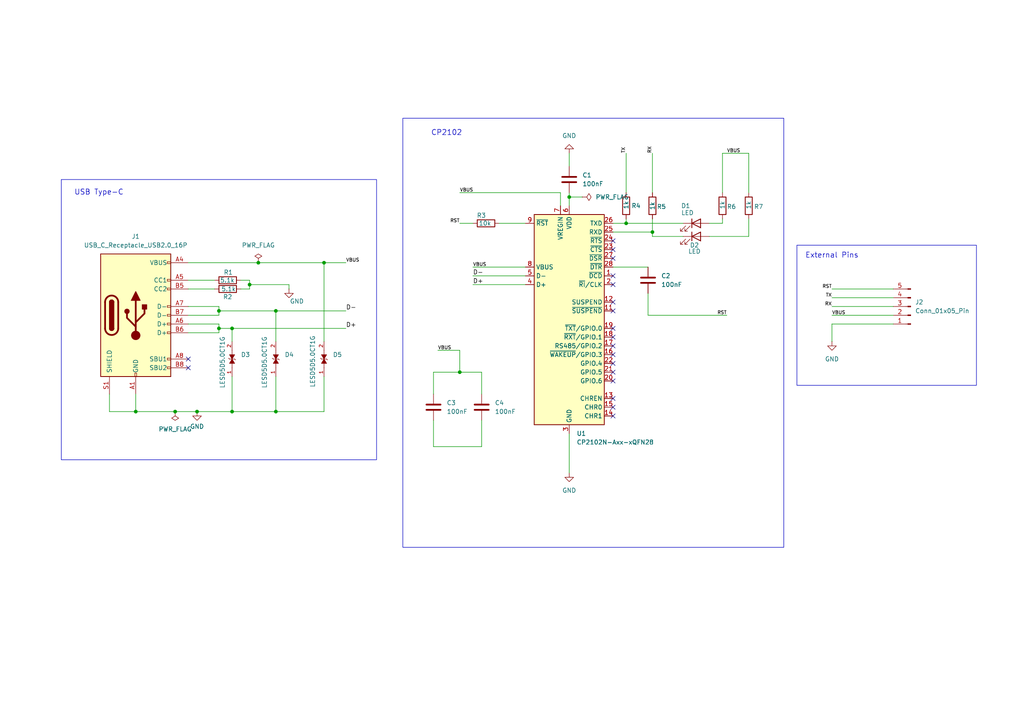
<source format=kicad_sch>
(kicad_sch (version 20250114) (generator "eeschema") (generator_version "9.0")
  (paper "A4")
  (title_block (title "USB-UART Converter with CP2102") (date "2025-11-21") (comment 1 "By Harshal"))
  (lib_symbols
    (symbol "Connector:Conn_01x05_Pin" (pin_names (offset 1.016) (hide yes))
      (property "Reference" "J" (at 0 7.62 0))
      (property "Value" "Conn_01x05_Pin" (at 0 -7.62 0))
      (symbol "Conn_01x05_Pin_1_1"
        (rectangle (start 0.8636 5.207) (end 0 4.953) (stroke (width 0.1524)) (fill (type outline)))
        (rectangle (start 0.8636 2.667) (end 0 2.413) (stroke (width 0.1524)) (fill (type outline)))
        (rectangle (start 0.8636 0.127) (end 0 -0.127) (stroke (width 0.1524)) (fill (type outline)))
        (rectangle (start 0.8636 -2.413) (end 0 -2.667) (stroke (width 0.1524)) (fill (type outline)))
        (rectangle (start 0.8636 -4.953) (end 0 -5.207) (stroke (width 0.1524)) (fill (type outline)))
        (polyline (pts (xy 1.27 5.08) (xy 0.8636 5.08)) (stroke (width 0.1524)))
        (polyline (pts (xy 1.27 2.54) (xy 0.8636 2.54)) (stroke (width 0.1524)))
        (polyline (pts (xy 1.27 0) (xy 0.8636 0)) (stroke (width 0.1524)))
        (polyline (pts (xy 1.27 -2.54) (xy 0.8636 -2.54)) (stroke (width 0.1524)))
        (polyline (pts (xy 1.27 -5.08) (xy 0.8636 -5.08)) (stroke (width 0.1524)))
        (pin passive line (at 5.08 5.08 180) (length 3.81) (name "Pin_1") (number "1"))
        (pin passive line (at 5.08 2.54 180) (length 3.81) (name "Pin_2") (number "2"))
        (pin passive line (at 5.08 0 180) (length 3.81) (name "Pin_3") (number "3"))
        (pin passive line (at 5.08 -2.54 180) (length 3.81) (name "Pin_4") (number "4"))
        (pin passive line (at 5.08 -5.08 180) (length 3.81) (name "Pin_5") (number "5"))
      )
    )
    (symbol "Connector:USB_C_Receptacle_USB2.0_16P" (pin_names (offset 1.016))
      (property "Reference" "J" (at 0 22.225 0))
      (property "Value" "USB_C_Receptacle_USB2.0_16P" (at 0 19.685 0))
      (symbol "USB_C_Receptacle_USB2.0_16P_0_0"
        (rectangle (start -0.254 -17.78) (end 0.254 -16.764))
        (rectangle (start 10.16 15.494) (end 9.144 14.986))
        (rectangle (start 10.16 10.414) (end 9.144 9.906))
        (rectangle (start 10.16 7.874) (end 9.144 7.366))
        (rectangle (start 10.16 2.794) (end 9.144 2.286))
        (rectangle (start 10.16 0.254) (end 9.144 -0.254))
        (rectangle (start 10.16 -2.286) (end 9.144 -2.794))
        (rectangle (start 10.16 -4.826) (end 9.144 -5.334))
        (rectangle (start 10.16 -12.446) (end 9.144 -12.954))
        (rectangle (start 10.16 -14.986) (end 9.144 -15.494))
      )
      (symbol "USB_C_Receptacle_USB2.0_16P_0_1"
        (rectangle (start -10.16 17.78) (end 10.16 -17.78) (stroke (width 0.254)) (fill (type background)))
        (polyline (pts (xy -8.89 -3.81) (xy -8.89 3.81)) (stroke (width 0.508)))
        (rectangle (start -7.62 -3.81) (end -6.35 3.81) (stroke (width 0.254)) (fill (type outline)))
        (arc (start -7.62 3.81) (mid -6.985 4.4423) (end -6.35 3.81) (stroke (width 0.254)))
        (arc (start -7.62 3.81) (mid -6.985 4.4423) (end -6.35 3.81) (stroke (width 0.254)) (fill (type outline)))
        (arc (start -8.89 3.81) (mid -6.985 5.7067) (end -5.08 3.81) (stroke (width 0.508)))
        (arc (start -5.08 -3.81) (mid -6.985 -5.7067) (end -8.89 -3.81) (stroke (width 0.508)))
        (arc (start -6.35 -3.81) (mid -6.985 -4.4423) (end -7.62 -3.81) (stroke (width 0.254)))
        (arc (start -6.35 -3.81) (mid -6.985 -4.4423) (end -7.62 -3.81) (stroke (width 0.254)) (fill (type outline)))
        (polyline (pts (xy -5.08 3.81) (xy -5.08 -3.81)) (stroke (width 0.508)))
        (circle (center -2.54 1.143) (radius 0.635) (stroke (width 0.254)) (fill (type outline)))
        (polyline (pts (xy -1.27 4.318) (xy 0 6.858) (xy 1.27 4.318) (xy -1.27 4.318)) (stroke (width 0.254)) (fill (type outline)))
        (polyline (pts (xy 0 -2.032) (xy 2.54 0.508) (xy 2.54 1.778)) (stroke (width 0.508)))
        (polyline (pts (xy 0 -3.302) (xy -2.54 -0.762) (xy -2.54 0.508)) (stroke (width 0.508)))
        (polyline (pts (xy 0 -5.842) (xy 0 4.318)) (stroke (width 0.508)))
        (circle (center 0 -5.842) (radius 1.27) (fill (type outline)))
        (rectangle (start 1.905 1.778) (end 3.175 3.048) (stroke (width 0.254)) (fill (type outline)))
      )
      (symbol "USB_C_Receptacle_USB2.0_16P_1_1"
        (pin passive line (at -7.62 -22.86 90) (length 5.08) (name "SHIELD") (number "S1"))
        (pin passive line (at 0 -22.86 90) (length 5.08) (name "GND") (number "A1"))
        (pin passive line (at 0 -22.86 90) (length 5.08) (hide yes) (name "GND") (number "A12"))
        (pin passive line (at 0 -22.86 90) (length 5.08) (hide yes) (name "GND") (number "B1"))
        (pin passive line (at 0 -22.86 90) (length 5.08) (hide yes) (name "GND") (number "B12"))
        (pin passive line (at 15.24 15.24 180) (length 5.08) (name "VBUS") (number "A4"))
        (pin passive line (at 15.24 15.24 180) (length 5.08) (hide yes) (name "VBUS") (number "A9"))
        (pin passive line (at 15.24 15.24 180) (length 5.08) (hide yes) (name "VBUS") (number "B4"))
        (pin passive line (at 15.24 15.24 180) (length 5.08) (hide yes) (name "VBUS") (number "B9"))
        (pin bidirectional line (at 15.24 10.16 180) (length 5.08) (name "CC1") (number "A5"))
        (pin bidirectional line (at 15.24 7.62 180) (length 5.08) (name "CC2") (number "B5"))
        (pin bidirectional line (at 15.24 2.54 180) (length 5.08) (name "D-") (number "A7"))
        (pin bidirectional line (at 15.24 0 180) (length 5.08) (name "D-") (number "B7"))
        (pin bidirectional line (at 15.24 -2.54 180) (length 5.08) (name "D+") (number "A6"))
        (pin bidirectional line (at 15.24 -5.08 180) (length 5.08) (name "D+") (number "B6"))
        (pin bidirectional line (at 15.24 -12.7 180) (length 5.08) (name "SBU1") (number "A8"))
        (pin bidirectional line (at 15.24 -15.24 180) (length 5.08) (name "SBU2") (number "B8"))
      )
    )
    (symbol "Device:C" (pin_numbers (hide yes)) (pin_names (offset 0.254))
      (property "Reference" "C" (at 0.635 2.54 0))
      (property "Value" "C" (at 0.635 -2.54 0))
      (symbol "C_0_1"
        (polyline (pts (xy -2.032 0.762) (xy 2.032 0.762)) (stroke (width 0.508)))
        (polyline (pts (xy -2.032 -0.762) (xy 2.032 -0.762)) (stroke (width 0.508)))
      )
      (symbol "C_1_1"
        (pin passive line (at 0 3.81 270) (length 2.794) (name "~") (number "1"))
        (pin passive line (at 0 -3.81 90) (length 2.794) (name "~") (number "2"))
      )
    )
    (symbol "Device:LED" (pin_numbers (hide yes)) (pin_names (offset 1.016) (hide yes))
      (property "Reference" "D" (at 0 2.54 0))
      (property "Value" "LED" (at 0 -2.54 0))
      (symbol "LED_0_1"
        (polyline (pts (xy -3.048 -0.762) (xy -4.572 -2.286) (xy -3.81 -2.286) (xy -4.572 -2.286) (xy -4.572 -1.524)))
        (polyline (pts (xy -1.778 -0.762) (xy -3.302 -2.286) (xy -2.54 -2.286) (xy -3.302 -2.286) (xy -3.302 -1.524)))
        (polyline (pts (xy -1.27 0) (xy 1.27 0)))
        (polyline (pts (xy -1.27 -1.27) (xy -1.27 1.27)) (stroke (width 0.254)))
        (polyline (pts (xy 1.27 -1.27) (xy 1.27 1.27) (xy -1.27 0) (xy 1.27 -1.27)) (stroke (width 0.254)))
      )
      (symbol "LED_1_1"
        (pin passive line (at -3.81 0 0) (length 2.54) (name "K") (number "1"))
        (pin passive line (at 3.81 0 180) (length 2.54) (name "A") (number "2"))
      )
    )
    (symbol "Device:R" (pin_numbers (hide yes)) (pin_names (offset 0))
      (property "Reference" "R" (at 2.032 0 90))
      (property "Value" "R" (at 0 0 90))
      (symbol "R_0_1"
        (rectangle (start -1.016 -2.54) (end 1.016 2.54) (stroke (width 0.254)))
      )
      (symbol "R_1_1"
        (pin passive line (at 0 3.81 270) (length 1.27) (name "~") (number "1"))
        (pin passive line (at 0 -3.81 90) (length 1.27) (name "~") (number "2"))
      )
    )
    (symbol "Interface_USB:CP2102N-Axx-xQFN28"
      (property "Reference" "U" (at -8.89 31.75 0))
      (property "Value" "CP2102N-Axx-xQFN28" (at 12.7 31.75 0))
      (symbol "CP2102N-Axx-xQFN28_0_1"
        (rectangle (start -10.16 30.48) (end 10.16 -30.48) (stroke (width 0.254)) (fill (type background)))
      )
      (symbol "CP2102N-Axx-xQFN28_1_1"
        (pin input line (at -12.7 27.94 0) (length 2.54) (name "~{RST}") (number "9"))
        (pin input line (at -12.7 15.24 0) (length 2.54) (name "VBUS") (number "8"))
        (pin bidirectional line (at -12.7 12.7 0) (length 2.54) (name "D-") (number "5"))
        (pin bidirectional line (at -12.7 10.16 0) (length 2.54) (name "D+") (number "4"))
        (pin no_connect line (at -10.16 -27.94 0) (length 2.54) (hide yes) (name "NC") (number "10"))
        (pin power_in line (at -2.54 33.02 270) (length 2.54) (name "VREGIN") (number "7"))
        (pin power_in line (at 0 33.02 270) (length 2.54) (name "VDD") (number "6"))
        (pin passive line (at 0 -33.02 90) (length 2.54) (hide yes) (name "GND") (number "29"))
        (pin power_in line (at 0 -33.02 90) (length 2.54) (name "GND") (number "3"))
        (pin output line (at 12.7 27.94 180) (length 2.54) (name "TXD") (number "26"))
        (pin input line (at 12.7 25.4 180) (length 2.54) (name "RXD") (number "25"))
        (pin output line (at 12.7 22.86 180) (length 2.54) (name "~{RTS}") (number "24"))
        (pin input line (at 12.7 20.32 180) (length 2.54) (name "~{CTS}") (number "23"))
        (pin input line (at 12.7 17.78 180) (length 2.54) (name "~{DSR}") (number "27"))
        (pin output line (at 12.7 15.24 180) (length 2.54) (name "~{DTR}") (number "28"))
        (pin input line (at 12.7 12.7 180) (length 2.54) (name "~{DCD}") (number "1"))
        (pin bidirectional line (at 12.7 10.16 180) (length 2.54) (name "~{RI}/CLK") (number "2"))
        (pin output line (at 12.7 5.08 180) (length 2.54) (name "SUSPEND") (number "12"))
        (pin output line (at 12.7 2.54 180) (length 2.54) (name "~{SUSPEND}") (number "11"))
        (pin bidirectional line (at 12.7 -2.54 180) (length 2.54) (name "~{TXT}/GPIO.0") (number "19"))
        (pin bidirectional line (at 12.7 -5.08 180) (length 2.54) (name "~{RXT}/GPIO.1") (number "18"))
        (pin bidirectional line (at 12.7 -7.62 180) (length 2.54) (name "RS485/GPIO.2") (number "17"))
        (pin bidirectional line (at 12.7 -10.16 180) (length 2.54) (name "~{WAKEUP}/GPIO.3") (number "16"))
        (pin bidirectional line (at 12.7 -12.7 180) (length 2.54) (name "GPIO.4") (number "22"))
        (pin bidirectional line (at 12.7 -15.24 180) (length 2.54) (name "GPIO.5") (number "21"))
        (pin bidirectional line (at 12.7 -17.78 180) (length 2.54) (name "GPIO.6") (number "20"))
        (pin output line (at 12.7 -22.86 180) (length 2.54) (name "CHREN") (number "13"))
        (pin output line (at 12.7 -25.4 180) (length 2.54) (name "CHR0") (number "15"))
        (pin output line (at 12.7 -27.94 180) (length 2.54) (name "CHR1") (number "14"))
      )
    )
    (symbol "LESD5D5.0CT1G:LESD5D5.0CT1G" (pin_names (offset 1.016))
      (property "Reference" "D" (at -5.08 2.54 0))
      (property "Value" "LESD5D5.0CT1G" (at -5.08 -5.08 0))
      (symbol "LESD5D5.0CT1G_0_0"
        (polyline (pts (xy -1.27 0) (xy -2.54 0)) (stroke (width 0.1524)))
        (polyline (pts (xy 0 0.762) (xy 0.254 1.016)) (stroke (width 0.1524)))
        (polyline (pts (xy 0 0) (xy -1.27 -0.762) (xy -1.27 0.762) (xy 0 0)) (stroke (width 0.1524)) (fill (type outline)))
        (polyline (pts (xy 0 0) (xy 1.27 0.762) (xy 1.27 -0.762) (xy 0 0)) (stroke (width 0.1524)) (fill (type outline)))
        (polyline (pts (xy 0 -0.762) (xy -0.254 -1.016)) (stroke (width 0.1524)))
        (polyline (pts (xy 0 -0.762) (xy 0 0.762)) (stroke (width 0.1524)))
        (polyline (pts (xy 1.27 0) (xy 2.54 0)) (stroke (width 0.1524)))
        (pin passive line (at -5.08 0 0) (length 2.54) (name "~") (number "1"))
        (pin passive line (at 5.08 0 180) (length 2.54) (name "~") (number "2"))
      )
    )
    (symbol "power:GND" (power) (pin_numbers (hide yes)) (pin_names (offset 0) (hide yes))
      (property "Value" "GND" (at 0 -3.81 0))
      (symbol "GND_0_1"
        (polyline (pts (xy 0 0) (xy 0 -1.27) (xy 1.27 -1.27) (xy 0 -2.54) (xy -1.27 -1.27) (xy 0 -1.27)))
      )
      (symbol "GND_1_1"
        (pin power_in line (at 0 0 270) (length 0) (name "~") (number "1"))
      )
    )
    (symbol "power:PWR_FLAG" (power) (pin_numbers (hide yes)) (pin_names (offset 0) (hide yes))
      (property "Value" "PWR_FLAG" (at 0 3.81 0))
      (symbol "PWR_FLAG_0_0"
        (pin power_out line (at 0 0 90) (length 0) (name "~") (number "1"))
      )
      (symbol "PWR_FLAG_0_1"
        (polyline (pts (xy 0 0) (xy 0 1.27) (xy -1.016 1.905) (xy 0 2.54) (xy 1.016 1.905) (xy 0 1.27)))
      )
    )
  )
  (rectangle (start 116.84 34.29) (end 227.33 158.75))
  (rectangle (start 231.14 71.12) (end 283.21 111.76))
  (rectangle (start 17.78 52.07) (end 109.22 133.35))
  (text "USB Type-C" (at 28.702 55.88 0) (effects (font (size 1.524 1.524))))
  (text "CP2102" (at 129.54 38.608 0) (effects (font (size 1.524 1.524))))
  (text "External Pins\n" (at 241.3 74.168 0) (effects (font (size 1.524 1.524))))
  (junction (at 93.98 76.2))
  (junction (at 80.01 119.38))
  (junction (at 39.37 119.38))
  (junction (at 80.01 90.17))
  (junction (at 181.61 64.77))
  (junction (at 133.35 107.95))
  (junction (at 67.31 95.25))
  (junction (at 72.39 82.55))
  (junction (at 57.15 119.38))
  (junction (at 165.1 57.15))
  (junction (at 74.93 76.2))
  (junction (at 189.23 67.31))
  (junction (at 67.31 119.38))
  (junction (at 63.5 95.25))
  (junction (at 63.5 90.17))
  (junction (at 50.8 119.38))
  (no_connect (at 54.61 106.68))
  (no_connect (at 177.8 118.11))
  (no_connect (at 177.8 74.93))
  (no_connect (at 177.8 82.55))
  (no_connect (at 177.8 90.17))
  (no_connect (at 177.8 87.63))
  (no_connect (at 177.8 110.49))
  (no_connect (at 177.8 95.25))
  (no_connect (at 177.8 80.01))
  (no_connect (at 177.8 105.41))
  (no_connect (at 177.8 72.39))
  (no_connect (at 177.8 115.57))
  (no_connect (at 177.8 97.79))
  (no_connect (at 177.8 69.85))
  (no_connect (at 177.8 100.33))
  (no_connect (at 177.8 107.95))
  (no_connect (at 54.61 104.14))
  (no_connect (at 177.8 120.65))
  (no_connect (at 177.8 102.87))
  (wire (pts (xy 241.3 86.36) (xy 259.08 86.36)))
  (wire (pts (xy 139.7 121.92) (xy 139.7 129.54)))
  (wire (pts (xy 69.85 81.28) (xy 72.39 81.28)))
  (wire (pts (xy 63.5 90.17) (xy 63.5 91.44)))
  (wire (pts (xy 50.8 119.38) (xy 57.15 119.38)))
  (wire (pts (xy 93.98 109.22) (xy 93.98 119.38)))
  (wire (pts (xy 168.91 57.15) (xy 165.1 57.15)))
  (wire (pts (xy 74.93 76.2) (xy 93.98 76.2)))
  (wire (pts (xy 177.8 77.47) (xy 187.96 77.47)))
  (wire (pts (xy 139.7 129.54) (xy 125.73 129.54)))
  (wire (pts (xy 259.08 91.44) (xy 241.3 91.44)))
  (wire (pts (xy 63.5 95.25) (xy 63.5 96.52)))
  (wire (pts (xy 162.56 55.88) (xy 133.35 55.88)))
  (wire (pts (xy 209.55 44.45) (xy 217.17 44.45)))
  (wire (pts (xy 217.17 55.88) (xy 217.17 44.45)))
  (wire (pts (xy 198.12 68.58) (xy 189.23 68.58)))
  (wire (pts (xy 72.39 81.28) (xy 72.39 82.55)))
  (wire (pts (xy 67.31 119.38) (xy 57.15 119.38)))
  (wire (pts (xy 93.98 76.2) (xy 100.33 76.2)))
  (wire (pts (xy 31.75 114.3) (xy 31.75 119.38)))
  (wire (pts (xy 152.4 80.01) (xy 137.16 80.01)))
  (wire (pts (xy 80.01 109.22) (xy 80.01 119.38)))
  (wire (pts (xy 67.31 99.06) (xy 67.31 95.25)))
  (wire (pts (xy 137.16 64.77) (xy 133.35 64.77)))
  (wire (pts (xy 165.1 55.88) (xy 165.1 57.15)))
  (wire (pts (xy 198.12 64.77) (xy 181.61 64.77)))
  (wire (pts (xy 125.73 129.54) (xy 125.73 121.92)))
  (wire (pts (xy 241.3 88.9) (xy 259.08 88.9)))
  (wire (pts (xy 152.4 77.47) (xy 137.16 77.47)))
  (wire (pts (xy 187.96 85.09) (xy 187.96 91.44)))
  (wire (pts (xy 93.98 119.38) (xy 80.01 119.38)))
  (wire (pts (xy 177.8 64.77) (xy 181.61 64.77)))
  (wire (pts (xy 162.56 59.69) (xy 162.56 55.88)))
  (wire (pts (xy 39.37 119.38) (xy 39.37 114.3)))
  (wire (pts (xy 125.73 114.3) (xy 125.73 107.95)))
  (wire (pts (xy 67.31 109.22) (xy 67.31 119.38)))
  (wire (pts (xy 165.1 44.45) (xy 165.1 48.26)))
  (wire (pts (xy 181.61 44.45) (xy 181.61 55.88)))
  (wire (pts (xy 189.23 67.31) (xy 177.8 67.31)))
  (wire (pts (xy 67.31 95.25) (xy 63.5 95.25)))
  (wire (pts (xy 125.73 107.95) (xy 133.35 107.95)))
  (wire (pts (xy 54.61 83.82) (xy 62.23 83.82)))
  (wire (pts (xy 72.39 83.82) (xy 69.85 83.82)))
  (wire (pts (xy 189.23 55.88) (xy 189.23 44.45)))
  (wire (pts (xy 241.3 93.98) (xy 259.08 93.98)))
  (wire (pts (xy 54.61 88.9) (xy 63.5 88.9)))
  (wire (pts (xy 54.61 76.2) (xy 74.93 76.2)))
  (wire (pts (xy 139.7 114.3) (xy 139.7 107.95)))
  (wire (pts (xy 63.5 93.98) (xy 63.5 95.25)))
  (wire (pts (xy 63.5 96.52) (xy 54.61 96.52)))
  (wire (pts (xy 205.74 64.77) (xy 209.55 64.77)))
  (wire (pts (xy 241.3 83.82) (xy 259.08 83.82)))
  (wire (pts (xy 72.39 82.55) (xy 72.39 83.82)))
  (wire (pts (xy 133.35 107.95) (xy 133.35 101.6)))
  (wire (pts (xy 165.1 125.73) (xy 165.1 137.16)))
  (wire (pts (xy 209.55 64.77) (xy 209.55 63.5)))
  (wire (pts (xy 181.61 64.77) (xy 181.61 63.5)))
  (wire (pts (xy 83.82 82.55) (xy 72.39 82.55)))
  (wire (pts (xy 67.31 95.25) (xy 100.33 95.25)))
  (wire (pts (xy 31.75 119.38) (xy 39.37 119.38)))
  (wire (pts (xy 133.35 107.95) (xy 139.7 107.95)))
  (wire (pts (xy 217.17 68.58) (xy 205.74 68.58)))
  (wire (pts (xy 241.3 93.98) (xy 241.3 99.06)))
  (wire (pts (xy 133.35 101.6) (xy 127 101.6)))
  (wire (pts (xy 217.17 63.5) (xy 217.17 68.58)))
  (wire (pts (xy 39.37 119.38) (xy 50.8 119.38)))
  (wire (pts (xy 209.55 55.88) (xy 209.55 44.45)))
  (wire (pts (xy 187.96 91.44) (xy 210.82 91.44)))
  (wire (pts (xy 80.01 119.38) (xy 67.31 119.38)))
  (wire (pts (xy 54.61 93.98) (xy 63.5 93.98)))
  (wire (pts (xy 144.78 64.77) (xy 152.4 64.77)))
  (wire (pts (xy 80.01 90.17) (xy 100.33 90.17)))
  (wire (pts (xy 80.01 90.17) (xy 63.5 90.17)))
  (wire (pts (xy 165.1 57.15) (xy 165.1 59.69)))
  (wire (pts (xy 80.01 99.06) (xy 80.01 90.17)))
  (wire (pts (xy 63.5 91.44) (xy 54.61 91.44)))
  (wire (pts (xy 54.61 81.28) (xy 62.23 81.28)))
  (wire (pts (xy 93.98 76.2) (xy 93.98 99.06)))
  (wire (pts (xy 83.82 83.82) (xy 83.82 82.55)))
  (wire (pts (xy 189.23 68.58) (xy 189.23 67.31)))
  (wire (pts (xy 137.16 82.55) (xy 152.4 82.55)))
  (wire (pts (xy 189.23 63.5) (xy 189.23 67.31)))
  (wire (pts (xy 63.5 88.9) (xy 63.5 90.17)))
  (label "RX" (at 189.23 44.45 90) (effects (font (size 0.9652 0.9652))))
  (label "VBUS" (at 127 101.6 0) (effects (font (size 0.9652 0.9652))))
  (label "D-" (at 100.33 90.17 0))
  (label "RX" (at 241.3 88.9 180) (effects (font (size 0.9652 0.9652))))
  (label "VBUS" (at 133.35 55.88 0) (effects (font (size 0.9652 0.9652))))
  (label "RST" (at 241.3 83.82 180) (effects (font (size 0.9652 0.9652))))
  (label "VBUS" (at 100.33 76.2 0) (effects (font (size 0.9652 0.9652))))
  (label "TX" (at 181.61 44.45 90) (effects (font (size 0.9652 0.9652))))
  (label "D-" (at 137.16 80.01 0))
  (label "D+" (at 100.33 95.25 0))
  (label "D+" (at 137.16 82.55 0))
  (label "VBUS" (at 210.82 44.45 0) (effects (font (size 0.9652 0.9652))))
  (label "VBUS" (at 137.16 77.47 0) (effects (font (size 0.9652 0.9652))))
  (label "VBUS" (at 241.3 91.44 0) (effects (font (size 0.9652 0.9652))))
  (label "TX" (at 241.3 86.36 180) (effects (font (size 0.9652 0.9652))))
  (label "RST" (at 210.82 91.44 180) (effects (font (size 0.9652 0.9652))))
  (label "RST" (at 133.35 64.77 180) (effects (font (size 0.9652 0.9652))))
  (symbol (lib_id "Device:LED") (at 201.93 64.77 0) (unit 1)
    (property "Reference" "D1" (at 198.882 59.69 0))
    (property "Value" "LED" (at 199.39 61.722 0))
    (property "Footprint" "LED_SMD:LED_0201_0603Metric" (effects (hide yes)))
    (property "Description" "Light emitting diode" (effects (hide yes)))
    (property "Sim.Pins" "1=K 2=A" (effects (hide yes)))
  )
  (symbol (lib_id "Device:LED") (at 201.93 68.58 0) (unit 1)
    (property "Reference" "D2" (at 201.422 71.12 0))
    (property "Value" "LED" (at 201.422 72.898 0))
    (property "Footprint" "LED_SMD:LED_0201_0603Metric" (effects (hide yes)))
    (property "Description" "Light emitting diode" (effects (hide yes)))
    (property "Sim.Pins" "1=K 2=A" (effects (hide yes)))
  )
  (symbol (lib_id "Connector:USB_C_Receptacle_USB2.0_16P") (at 39.37 91.44 0) (unit 1)
    (property "Reference" "J1" (at 39.37 68.58 0))
    (property "Value" "USB_C_Receptacle_USB2.0_16P" (at 39.37 71.12 0))
    (property "Footprint" "Connector_USB:USB_C_Receptacle_HRO_TYPE-C-31-M-12" (effects (hide yes)))
    (property "Datasheet" "https://www.usb.org/sites/default/files/documents/usb_type-c.zip" (effects (hide yes)))
    (property "Description" "USB 2.0-only 16P Type-C Receptacle connector" (effects (hide yes)))
  )
  (symbol (lib_id "Interface_USB:CP2102N-Axx-xQFN28") (at 165.1 92.71 0) (unit 1)
    (property "Reference" "U1" (at 167.2433 125.73 0) (effects (justify left)))
    (property "Value" "CP2102N-Axx-xQFN28" (at 167.2433 128.27 0) (effects (justify left)))
    (property "Footprint" "Package_DFN_QFN:QFN-28-1EP_5x5mm_P0.5mm_EP3.35x3.35mm" (effects (hide yes)))
    (property "Datasheet" "https://www.silabs.com/documents/public/data-sheets/cp2102n-datasheet.pdf" (effects (hide yes)))
    (property "Description" "USB to UART master bridge, QFN-28" (effects (hide yes)))
  )
  (symbol (lib_id "Device:R") (at 209.55 59.69 0) (unit 1)
    (property "Reference" "R6" (at 210.82 59.944 0) (effects (justify left)))
    (property "Value" "1k" (at 209.55 60.706 90) (effects (justify left)))
    (property "Footprint" "Resistor_SMD:R_0201_0603Metric" (effects (hide yes)))
    (property "Description" "Resistor" (effects (hide yes)))
  )
  (symbol (lib_id "power:GND") (at 165.1 137.16 0) (unit 1)
    (property "Reference" "#PWR02" (effects (hide yes)))
    (property "Value" "GND" (at 165.1 142.24 0))
    (property "Description" "Power symbol creates a global label with name \"GND\" , ground" (effects (hide yes)))
  )
  (symbol (lib_id "power:GND") (at 83.82 83.82 0) (unit 1)
    (property "Reference" "#PWR03" (effects (hide yes)))
    (property "Value" "GND" (at 86.106 87.376 0))
    (property "Description" "Power symbol creates a global label with name \"GND\" , ground" (effects (hide yes)))
  )
  (symbol (lib_id "power:PWR_FLAG") (at 168.91 57.15 270) (unit 1)
    (property "Reference" "#FLG03" (effects (hide yes)))
    (property "Value" "PWR_FLAG" (at 172.72 57.1499 90) (effects (justify left)))
    (property "Description" "Special symbol for telling ERC where power comes from" (effects (hide yes)))
  )
  (symbol (lib_id "Device:R") (at 140.97 64.77 90) (unit 1)
    (property "Reference" "R3" (at 140.97 62.484 90) (effects (justify left)))
    (property "Value" "10k" (at 142.494 64.77 90) (effects (justify left)))
    (property "Footprint" "Resistor_SMD:R_0201_0603Metric" (effects (hide yes)))
    (property "Description" "Resistor" (effects (hide yes)))
  )
  (symbol (lib_id "Device:R") (at 217.17 59.69 0) (unit 1)
    (property "Reference" "R7" (at 218.694 59.944 0) (effects (justify left)))
    (property "Value" "1k" (at 217.17 60.706 90) (effects (justify left)))
    (property "Footprint" "Resistor_SMD:R_0201_0603Metric" (effects (hide yes)))
    (property "Description" "Resistor" (effects (hide yes)))
  )
  (symbol (lib_id "power:PWR_FLAG") (at 50.8 119.38 180) (unit 1)
    (property "Reference" "#FLG01" (effects (hide yes)))
    (property "Value" "PWR_FLAG" (at 50.8 124.46 0))
    (property "Description" "Special symbol for telling ERC where power comes from" (effects (hide yes)))
  )
  (symbol (lib_id "Device:C") (at 165.1 52.07 0) (unit 1)
    (property "Reference" "C1" (at 168.91 50.7999 0) (effects (justify left)))
    (property "Value" "100nF" (at 168.91 53.3399 0) (effects (justify left)))
    (property "Footprint" "Capacitor_SMD:C_0201_0603Metric" (effects (hide yes)))
    (property "Description" "Unpolarized capacitor" (effects (hide yes)))
  )
  (symbol (lib_id "Device:R") (at 66.04 81.28 90) (unit 1)
    (property "Reference" "R1" (at 67.564 78.994 90) (effects (justify left)))
    (property "Value" "5.1k" (at 68.072 81.28 90) (effects (justify left)))
    (property "Footprint" "Resistor_SMD:R_0201_0603Metric" (effects (hide yes)))
    (property "Description" "Resistor" (effects (hide yes)))
  )
  (symbol (lib_id "power:GND") (at 241.3 99.06 0) (unit 1)
    (property "Reference" "#PWR05" (effects (hide yes)))
    (property "Value" "GND" (at 241.3 104.14 0))
    (property "Description" "Power symbol creates a global label with name \"GND\" , ground" (effects (hide yes)))
  )
  (symbol (lib_id "Device:R") (at 181.61 59.69 0) (unit 1)
    (property "Reference" "R4" (at 183.134 59.69 0) (effects (justify left)))
    (property "Value" "1k" (at 181.61 60.706 90) (effects (justify left)))
    (property "Footprint" "Resistor_SMD:R_0201_0603Metric" (effects (hide yes)))
    (property "Description" "Resistor" (effects (hide yes)))
  )
  (symbol (lib_id "Device:R") (at 189.23 59.69 0) (unit 1)
    (property "Reference" "R5" (at 190.5 59.944 0) (effects (justify left)))
    (property "Value" "1k" (at 189.23 60.96 90) (effects (justify left)))
    (property "Footprint" "Resistor_SMD:R_0201_0603Metric" (effects (hide yes)))
    (property "Description" "Resistor" (effects (hide yes)))
  )
  (symbol (lib_id "LESD5D5.0CT1G:LESD5D5.0CT1G") (at 80.01 104.14 90) (unit 1)
    (property "Reference" "D4" (at 82.55 102.8699 90) (effects (justify right)))
    (property "Value" "LESD5D5.0CT1G" (at 76.708 97.536 0) (effects (justify right)))
    (property "Footprint" "LESD5D5.0CT1G:TVS_LESD5D5.0CT1G" (effects (hide yes)))
    (property "MF" "Leshan Radio Co." (effects (hide yes)))
    (property "MAXIMUM_PACKAGE_HEIGHT" "0.7 mm" (effects (hide yes)))
    (property "Package" "None" (effects (hide yes)))
    (property "Price" "None" (effects (hide yes)))
    (property "Check_prices" "https://www.snapeda.com/parts/LESD5D5.0CT1G/Leshan+Radio/view-part/?ref=eda" (effects (hide yes)))
    (property "STANDARD" "Manufacturer Recommendations" (effects (hide yes)))
    (property "PARTREV" "O" (effects (hide yes)))
    (property "SnapEDA_Link" "https://www.snapeda.com/parts/LESD5D5.0CT1G/Leshan+Radio/view-part/?ref=snap" (effects (hide yes)))
    (property "MP" "LESD5D5.0CT1G" (effects (hide yes)))
    (property "Description_1" "Transient Voltage Suppressors for ESD Protection" (effects (hide yes)))
    (property "Availability" "In Stock" (effects (hide yes)))
    (property "MANUFACTURER" "LRC" (effects (hide yes)))
  )
  (symbol (lib_id "LESD5D5.0CT1G:LESD5D5.0CT1G") (at 67.31 104.14 90) (unit 1)
    (property "Reference" "D3" (at 69.85 102.8699 90) (effects (justify right)))
    (property "Value" "LESD5D5.0CT1G" (at 64.516 97.536 0) (effects (justify right)))
    (property "Footprint" "LESD5D5.0CT1G:TVS_LESD5D5.0CT1G" (effects (hide yes)))
    (property "MF" "Leshan Radio Co." (effects (hide yes)))
    (property "MAXIMUM_PACKAGE_HEIGHT" "0.7 mm" (effects (hide yes)))
    (property "Package" "None" (effects (hide yes)))
    (property "Price" "None" (effects (hide yes)))
    (property "Check_prices" "https://www.snapeda.com/parts/LESD5D5.0CT1G/Leshan+Radio/view-part/?ref=eda" (effects (hide yes)))
    (property "STANDARD" "Manufacturer Recommendations" (effects (hide yes)))
    (property "PARTREV" "O" (effects (hide yes)))
    (property "SnapEDA_Link" "https://www.snapeda.com/parts/LESD5D5.0CT1G/Leshan+Radio/view-part/?ref=snap" (effects (hide yes)))
    (property "MP" "LESD5D5.0CT1G" (effects (hide yes)))
    (property "Description_1" "Transient Voltage Suppressors for ESD Protection" (effects (hide yes)))
    (property "Availability" "In Stock" (effects (hide yes)))
    (property "MANUFACTURER" "LRC" (effects (hide yes)))
  )
  (symbol (lib_id "Device:C") (at 139.7 118.11 0) (unit 1)
    (property "Reference" "C4" (at 143.51 116.8399 0) (effects (justify left)))
    (property "Value" "100nF" (at 143.51 119.3799 0) (effects (justify left)))
    (property "Footprint" "Capacitor_SMD:C_0201_0603Metric" (effects (hide yes)))
    (property "Description" "Unpolarized capacitor" (effects (hide yes)))
  )
  (symbol (lib_id "power:GND") (at 165.1 44.45 180) (unit 1)
    (property "Reference" "#PWR04" (effects (hide yes)))
    (property "Value" "GND" (at 165.1 39.37 0))
    (property "Description" "Power symbol creates a global label with name \"GND\" , ground" (effects (hide yes)))
  )
  (symbol (lib_id "Connector:Conn_01x05_Pin") (at 264.16 88.9 180) (unit 1)
    (property "Reference" "J2" (at 265.43 87.6299 0) (effects (justify right)))
    (property "Value" "Conn_01x05_Pin" (at 265.43 90.1699 0) (effects (justify right)))
    (property "Footprint" "Connector_PinHeader_2.54mm:PinHeader_1x05_P2.54mm_Horizontal" (effects (hide yes)))
    (property "Description" "Generic connector, single row, 01x05, script generated" (effects (hide yes)))
  )
  (symbol (lib_id "Device:C") (at 187.96 81.28 0) (unit 1)
    (property "Reference" "C2" (at 191.77 80.0099 0) (effects (justify left)))
    (property "Value" "100nF" (at 191.77 82.5499 0) (effects (justify left)))
    (property "Footprint" "Capacitor_SMD:C_0201_0603Metric" (effects (hide yes)))
    (property "Description" "Unpolarized capacitor" (effects (hide yes)))
  )
  (symbol (lib_id "power:GND") (at 57.15 119.38 0) (unit 1)
    (property "Reference" "#PWR01" (effects (hide yes)))
    (property "Value" "GND" (at 57.15 123.698 0))
    (property "Description" "Power symbol creates a global label with name \"GND\" , ground" (effects (hide yes)))
  )
  (symbol (lib_id "LESD5D5.0CT1G:LESD5D5.0CT1G") (at 93.98 104.14 90) (unit 1)
    (property "Reference" "D5" (at 96.52 102.8699 90) (effects (justify right)))
    (property "Value" "LESD5D5.0CT1G" (at 90.678 97.282 0) (effects (justify right)))
    (property "Footprint" "LESD5D5.0CT1G:TVS_LESD5D5.0CT1G" (effects (hide yes)))
    (property "MF" "Leshan Radio Co." (effects (hide yes)))
    (property "MAXIMUM_PACKAGE_HEIGHT" "0.7 mm" (effects (hide yes)))
    (property "Package" "None" (effects (hide yes)))
    (property "Price" "None" (effects (hide yes)))
    (property "Check_prices" "https://www.snapeda.com/parts/LESD5D5.0CT1G/Leshan+Radio/view-part/?ref=eda" (effects (hide yes)))
    (property "STANDARD" "Manufacturer Recommendations" (effects (hide yes)))
    (property "PARTREV" "O" (effects (hide yes)))
    (property "SnapEDA_Link" "https://www.snapeda.com/parts/LESD5D5.0CT1G/Leshan+Radio/view-part/?ref=snap" (effects (hide yes)))
    (property "MP" "LESD5D5.0CT1G" (effects (hide yes)))
    (property "Description_1" "Transient Voltage Suppressors for ESD Protection" (effects (hide yes)))
    (property "Availability" "In Stock" (effects (hide yes)))
    (property "MANUFACTURER" "LRC" (effects (hide yes)))
  )
  (symbol (lib_id "Device:R") (at 66.04 83.82 90) (unit 1)
    (property "Reference" "R2" (at 66.04 86.106 90))
    (property "Value" "5.1k" (at 66.294 83.82 90))
    (property "Footprint" "Resistor_SMD:R_0201_0603Metric" (effects (hide yes)))
    (property "Description" "Resistor" (effects (hide yes)))
  )
  (symbol (lib_id "power:PWR_FLAG") (at 74.93 76.2 0) (unit 1)
    (property "Reference" "#FLG02" (effects (hide yes)))
    (property "Value" "PWR_FLAG" (at 74.93 71.12 0))
    (property "Description" "Special symbol for telling ERC where power comes from" (effects (hide yes)))
  )
  (symbol (lib_id "Device:C") (at 125.73 118.11 0) (unit 1)
    (property "Reference" "C3" (at 129.54 116.8399 0) (effects (justify left)))
    (property "Value" "100nF" (at 129.54 119.3799 0) (effects (justify left)))
    (property "Footprint" "Capacitor_SMD:C_0201_0603Metric" (effects (hide yes)))
    (property "Description" "Unpolarized capacitor" (effects (hide yes)))
  )
)
</source>
